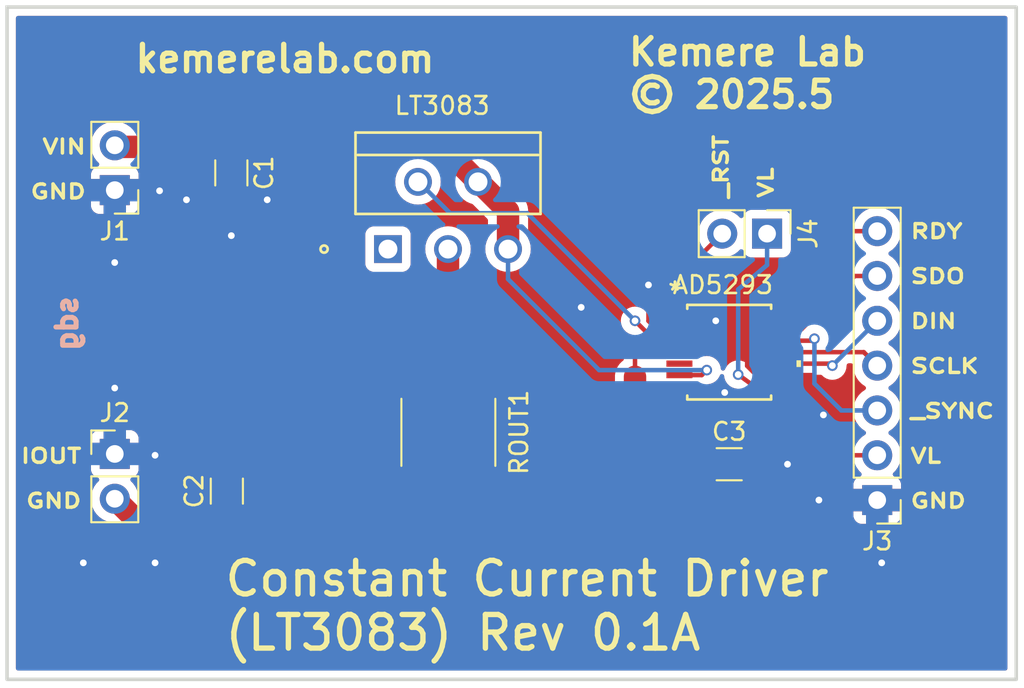
<source format=kicad_pcb>
(kicad_pcb (version 20240108) (generator "pcbnew") (generator_version "8.0")
  (layers (0 "F.Cu" signal) (31 "B.Cu" signal) (34 "B.Paste" user) (35 "F.Paste" user) (36 "B.SilkS" user "B.Silkscreen") (37 "F.SilkS" user "F.Silkscreen") (38 "B.Mask" user) (39 "F.Mask" user) (44 "Edge.Cuts" user))
  (net 0 "")
  (net 1 "IOUT")
  (net 2 "GND")
  (net 3 "VIN")
  (net 4 "Net-(AD5293-EXT_CAP)")
  (net 6 "Net-(AD5293-A)")
  (net 7 "_SYNC")
  (net 8 "_RESET")
  (net 9 "VLOGIC")
  (net 10 "Net-(LT3083-OUT)")
  (net 11 "DIN")
  (net 12 "RDY")
  (net 13 "SCLK")
  (net 14 "SDO")
  (footprint "StiMo:TO220-5_T" (layer "F.Cu") (at 53.770002 30.521001)
    (property "Reference" "LT3083" (at -3.732002 0.466999 0) (layer "F.SilkS"))
    (property "Value" "LT3083IT-PBF")
    (fp_line (start -8.638751 1.990999) (end -8.638751 6.604) (stroke (width 0.1524)) (layer "F.SilkS"))
    (fp_line (start -8.638751 6.604) (end 1.838749 6.604) (stroke (width 0.1524)) (layer "F.SilkS"))
    (fp_line (start -8.511751 3.260999) (end 1.711749 3.260999) (stroke (width 0.1524)) (layer "F.SilkS"))
    (fp_line (start 1.838749 1.990999) (end -8.638751 1.990999) (stroke (width 0.1524)) (layer "F.SilkS"))
    (fp_line (start 1.838749 6.604) (end 1.838749 1.990999) (stroke (width 0.1524)) (layer "F.SilkS"))
    (fp_circle (center -10.416751 8.594999) (end -10.213551 8.594999) (stroke (width 0.1524)) (fill none) (layer "F.SilkS"))
    (pad "1" thru_hole rect (at -6.800002 8.594999) (size 1.5748 1.5748) (drill 1.0668) (layers "*.Cu" "*.Mask"))
    (pad "2" thru_hole circle (at -5.100003 4.784999) (size 1.5748 1.5748) (drill 1.0668) (layers "*.Cu" "*.Mask") (net 6 "Net-(AD5293-A)"))
    (pad "3" thru_hole circle (at -3.400001 8.594999) (size 1.5748 1.5748) (drill 1.0668) (layers "*.Cu" "*.Mask") (net 10 "Net-(LT3083-OUT)"))
    (pad "4" thru_hole circle (at -1.700002 4.784999) (size 1.5748 1.5748) (drill 1.0668) (layers "*.Cu" "*.Mask") (net 3 "VIN"))
    (pad "5" thru_hole circle (at 0 8.594999) (size 1.5748 1.5748) (drill 1.0668) (layers "*.Cu" "*.Mask") (net 3 "VIN"))
  )
  (footprint "Connector_PinHeader_2.54mm:PinHeader_1x02_P2.54mm_Vertical" (layer "F.Cu") (at 31.5 35.775 180)
    (property "Reference" "J1" (at 0 -2.33 0) (layer "F.SilkS"))
    (property "Value" "Conn_01x02_Pin")
    (fp_line (start 1.33 1.27) (end 1.33 3.87) (stroke (width 0.12)) (layer "F.SilkS"))
    (fp_line (start -1.33 3.87) (end 1.33 3.87) (stroke (width 0.12)) (layer "F.SilkS"))
    (fp_line (start -1.33 1.27) (end 1.33 1.27) (stroke (width 0.12)) (layer "F.SilkS"))
    (fp_line (start -1.33 1.27) (end -1.33 3.87) (stroke (width 0.12)) (layer "F.SilkS"))
    (fp_line (start -1.33 0) (end -1.33 -1.33) (stroke (width 0.12)) (layer "F.SilkS"))
    (fp_line (start -1.33 -1.33) (end 0 -1.33) (stroke (width 0.12)) (layer "F.SilkS"))
    (pad "1" thru_hole rect (at 0 0 180) (size 1.7 1.7) (drill 1) (layers "*.Cu" "*.Mask") (net 2 "GND"))
    (pad "2" thru_hole oval (at 0 2.54 180) (size 1.7 1.7) (drill 1) (layers "*.Cu" "*.Mask") (net 3 "VIN"))
  )
  (footprint "Connector_PinHeader_2.54mm:PinHeader_1x02_P2.54mm_Vertical" (layer "F.Cu") (at 68.4394 38.2406 -90)
    (property "Reference" "J4" (at 0 -2.33 90) (layer "F.SilkS"))
    (property "Value" "Conn_01x02_Pin")
    (fp_line (start -1.33 3.87) (end 1.33 3.87) (stroke (width 0.12)) (layer "F.SilkS"))
    (fp_line (start -1.33 1.27) (end -1.33 3.87) (stroke (width 0.12)) (layer "F.SilkS"))
    (fp_line (start -1.33 1.27) (end 1.33 1.27) (stroke (width 0.12)) (layer "F.SilkS"))
    (fp_line (start 1.33 1.27) (end 1.33 3.87) (stroke (width 0.12)) (layer "F.SilkS"))
    (fp_line (start -1.33 0) (end -1.33 -1.33) (stroke (width 0.12)) (layer "F.SilkS"))
    (fp_line (start -1.33 -1.33) (end 0 -1.33) (stroke (width 0.12)) (layer "F.SilkS"))
    (pad "1" thru_hole rect (at 0 0 270) (size 1.7 1.7) (drill 1) (layers "*.Cu" "*.Mask") (net 9 "VLOGIC"))
    (pad "2" thru_hole oval (at 0 2.54 270) (size 1.7 1.7) (drill 1) (layers "*.Cu" "*.Mask") (net 8 "_RESET"))
  )
  (footprint "StiMo:RU_14_ADI" (layer "F.Cu") (at 66.294 44.958)
    (property "Reference" "AD5293" (at -0.3556 -3.81 0) (layer "F.SilkS"))
    (property "Value" "AD5293BRUZ-20")
    (fp_line (start -2.3749 -2.6797) (end -2.3749 -2.460541) (stroke (width 0.1524)) (layer "F.SilkS"))
    (fp_line (start -2.3749 2.460539) (end -2.3749 2.6797) (stroke (width 0.1524)) (layer "F.SilkS"))
    (fp_line (start -2.3749 2.6797) (end 2.3749 2.6797) (stroke (width 0.1524)) (layer "F.SilkS"))
    (fp_line (start 2.3749 -2.6797) (end -2.3749 -2.6797) (stroke (width 0.1524)) (layer "F.SilkS"))
    (fp_line (start 2.3749 -2.460539) (end 2.3749 -2.6797) (stroke (width 0.1524)) (layer "F.SilkS"))
    (fp_line (start 2.3749 2.6797) (end 2.3749 2.460541) (stroke (width 0.1524)) (layer "F.SilkS"))
    (fp_poly (pts (xy 4.064 0.459499) (xy 4.064 0.840499) (xy 3.81 0.840499) (xy 3.81 0.459499)) (fill solid) (layer "F.SilkS"))
    (fp_text user "*" (at -3.0734 -3.4486 0) (layer "F.SilkS"))
    (fp_text user "*" (at -3.0734 -3.4486 0) (layer "F.SilkS"))
    (pad "1" smd rect (at -2.8194 -1.950001) (size 1.4732 0.3556) (layers "F.Cu" "F.Paste" "F.Mask") (net 8 "_RESET"))
    (pad "2" smd rect (at -2.8194 -1.3) (size 1.4732 0.3556) (layers "F.Cu" "F.Paste" "F.Mask") (net 2 "GND"))
    (pad "3" smd rect (at -2.8194 -0.649999) (size 1.4732 0.3556) (layers "F.Cu" "F.Paste" "F.Mask") (net 6 "Net-(AD5293-A)"))
    (pad "4" smd rect (at -2.8194 0) (size 1.4732 0.3556) (layers "F.Cu" "F.Paste" "F.Mask") (net 1 "IOUT"))
    (pad "5" smd rect (at -2.8194 0.649999) (size 1.4732 0.3556) (layers "F.Cu" "F.Paste" "F.Mask"))
    (pad "6" smd rect (at -2.8194 1.3) (size 1.4732 0.3556) (layers "F.Cu" "F.Paste" "F.Mask") (net 3 "VIN"))
    (pad "7" smd rect (at -2.8194 1.949999) (size 1.4732 0.3556) (layers "F.Cu" "F.Paste" "F.Mask") (net 4 "Net-(AD5293-EXT_CAP)"))
    (pad "8" smd rect (at 2.8194 1.950001) (size 1.4732 0.3556) (layers "F.Cu" "F.Paste" "F.Mask") (net 9 "VLOGIC"))
    (pad "9" smd rect (at 2.8194 1.3) (size 1.4732 0.3556) (layers "F.Cu" "F.Paste" "F.Mask") (net 2 "GND"))
    (pad "10" smd rect (at 2.8194 0.650001) (size 1.4732 0.3556) (layers "F.Cu" "F.Paste" "F.Mask") (net 11 "DIN"))
    (pad "11" smd rect (at 2.8194 0) (size 1.4732 0.3556) (layers "F.Cu" "F.Paste" "F.Mask") (net 13 "SCLK"))
    (pad "12" smd rect (at 2.8194 -0.649999) (size 1.4732 0.3556) (layers "F.Cu" "F.Paste" "F.Mask") (net 7 "_SYNC"))
    (pad "13" smd rect (at 2.8194 -1.3) (size 1.4732 0.3556) (layers "F.Cu" "F.Paste" "F.Mask") (net 14 "SDO"))
    (pad "14" smd rect (at 2.8194 -1.949999) (size 1.4732 0.3556) (layers "F.Cu" "F.Paste" "F.Mask") (net 12 "RDY"))
  )
  (footprint "Capacitor_SMD:C_1206_3216Metric" (layer "F.Cu") (at 37.846 52.832 90)
    (property "Reference" "C2" (at 0 -1.85 90) (layer "F.SilkS"))
    (property "Value" "10uF")
    (fp_line (start -0.711252 -0.91) (end 0.711252 -0.91) (stroke (width 0.12)) (layer "F.SilkS"))
    (fp_line (start -0.711252 0.91) (end 0.711252 0.91) (stroke (width 0.12)) (layer "F.SilkS"))
    (pad "1" smd roundrect (at -1.475 0 90) (size 1.15 1.8) (layers "F.Cu" "F.Paste" "F.Mask") (roundrect_rratio 0.217391) (net 1 "IOUT"))
    (pad "2" smd roundrect (at 1.475 0 90) (size 1.15 1.8) (layers "F.Cu" "F.Paste" "F.Mask") (roundrect_rratio 0.217391) (net 2 "GND"))
  )
  (footprint "Resistor_SMD:R_4020_10251Metric" (layer "F.Cu") (at 50.39 49.5 -90)
    (property "Reference" "ROUT1" (at 0 -4 90) (layer "F.SilkS"))
    (property "Value" "0.33")
    (fp_line (start -1.9 2.66) (end 1.9 2.66) (stroke (width 0.12)) (layer "F.SilkS"))
    (fp_line (start -1.9 -2.66) (end 1.9 -2.66) (stroke (width 0.12)) (layer "F.SilkS"))
    (pad "1" smd roundrect (at -4.7 0 270) (size 5.6 6) (layers "F.Cu" "F.Paste" "F.Mask") (roundrect_rratio 0.169492) (net 10 "Net-(LT3083-OUT)"))
    (pad "2" smd roundrect (at 4.7 0 270) (size 5.6 6) (layers "F.Cu" "F.Paste" "F.Mask") (roundrect_rratio 0.169492) (net 1 "IOUT"))
  )
  (footprint "Connector_PinHeader_2.54mm:PinHeader_1x07_P2.54mm_Vertical" (layer "F.Cu") (at 74.676 53.34 180)
    (property "Reference" "J3" (at 0 -2.33 0) (layer "F.SilkS"))
    (property "Value" "Conn_01x07_Pin")
    (fp_line (start 1.33 1.27) (end 1.33 16.57) (stroke (width 0.12)) (layer "F.SilkS"))
    (fp_line (start -1.33 16.57) (end 1.33 16.57) (stroke (width 0.12)) (layer "F.SilkS"))
    (fp_line (start -1.33 1.27) (end 1.33 1.27) (stroke (width 0.12)) (layer "F.SilkS"))
    (fp_line (start -1.33 1.27) (end -1.33 16.57) (stroke (width 0.12)) (layer "F.SilkS"))
    (fp_line (start -1.33 0) (end -1.33 -1.33) (stroke (width 0.12)) (layer "F.SilkS"))
    (fp_line (start -1.33 -1.33) (end 0 -1.33) (stroke (width 0.12)) (layer "F.SilkS"))
    (pad "1" thru_hole rect (at 0 0 180) (size 1.7 1.7) (drill 1) (layers "*.Cu" "*.Mask") (net 2 "GND"))
    (pad "2" thru_hole oval (at 0 2.54 180) (size 1.7 1.7) (drill 1) (layers "*.Cu" "*.Mask") (net 9 "VLOGIC"))
    (pad "3" thru_hole oval (at 0 5.08 180) (size 1.7 1.7) (drill 1) (layers "*.Cu" "*.Mask") (net 7 "_SYNC"))
    (pad "4" thru_hole oval (at 0 7.62 180) (size 1.7 1.7) (drill 1) (layers "*.Cu" "*.Mask") (net 13 "SCLK"))
    (pad "5" thru_hole oval (at 0 10.16 180) (size 1.7 1.7) (drill 1) (layers "*.Cu" "*.Mask") (net 11 "DIN"))
    (pad "6" thru_hole oval (at 0 12.7 180) (size 1.7 1.7) (drill 1) (layers "*.Cu" "*.Mask") (net 14 "SDO"))
    (pad "7" thru_hole oval (at 0 15.24 180) (size 1.7 1.7) (drill 1) (layers "*.Cu" "*.Mask") (net 12 "RDY"))
  )
  (footprint "Capacitor_SMD:C_1206_3216Metric" (layer "F.Cu") (at 66.294 51.308)
    (property "Reference" "C3" (at 0 -1.85 0) (layer "F.SilkS"))
    (property "Value" "1uF")
    (fp_line (start -0.711252 -0.91) (end 0.711252 -0.91) (stroke (width 0.12)) (layer "F.SilkS"))
    (fp_line (start -0.711252 0.91) (end 0.711252 0.91) (stroke (width 0.12)) (layer "F.SilkS"))
    (pad "1" smd roundrect (at -1.475 0) (size 1.15 1.8) (layers "F.Cu" "F.Paste" "F.Mask") (roundrect_rratio 0.217391) (net 4 "Net-(AD5293-EXT_CAP)"))
    (pad "2" smd roundrect (at 1.475 0) (size 1.15 1.8) (layers "F.Cu" "F.Paste" "F.Mask") (roundrect_rratio 0.217391) (net 2 "GND"))
  )
  (footprint "Connector_PinHeader_2.54mm:PinHeader_1x02_P2.54mm_Vertical" (layer "F.Cu") (at 31.5 50.725)
    (property "Reference" "J2" (at 0 -2.33 0) (layer "F.SilkS"))
    (property "Value" "Conn_01x02_Pin")
    (fp_line (start -1.33 -1.33) (end 0 -1.33) (stroke (width 0.12)) (layer "F.SilkS"))
    (fp_line (start -1.33 0) (end -1.33 -1.33) (stroke (width 0.12)) (layer "F.SilkS"))
    (fp_line (start -1.33 1.27) (end -1.33 3.87) (stroke (width 0.12)) (layer "F.SilkS"))
    (fp_line (start -1.33 1.27) (end 1.33 1.27) (stroke (width 0.12)) (layer "F.SilkS"))
    (fp_line (start -1.33 3.87) (end 1.33 3.87) (stroke (width 0.12)) (layer "F.SilkS"))
    (fp_line (start 1.33 1.27) (end 1.33 3.87) (stroke (width 0.12)) (layer "F.SilkS"))
    (pad "1" thru_hole rect (at 0 0) (size 1.7 1.7) (drill 1) (layers "*.Cu" "*.Mask") (net 2 "GND"))
    (pad "2" thru_hole oval (at 0 2.54) (size 1.7 1.7) (drill 1) (layers "*.Cu" "*.Mask") (net 1 "IOUT"))
  )
  (footprint "Capacitor_SMD:C_1206_3216Metric" (layer "F.Cu") (at 38.1 34.798 -90)
    (property "Reference" "C1" (at 0 -1.85 90) (layer "F.SilkS"))
    (property "Value" "10uF")
    (fp_line (start -0.711252 0.91) (end 0.711252 0.91) (stroke (width 0.12)) (layer "F.SilkS"))
    (fp_line (start -0.711252 -0.91) (end 0.711252 -0.91) (stroke (width 0.12)) (layer "F.SilkS"))
    (pad "1" smd roundrect (at -1.475 0 270) (size 1.15 1.8) (layers "F.Cu" "F.Paste" "F.Mask") (roundrect_rratio 0.217391) (net 3 "VIN"))
    (pad "2" smd roundrect (at 1.475 0 270) (size 1.15 1.8) (layers "F.Cu" "F.Paste" "F.Mask") (roundrect_rratio 0.217391) (net 2 "GND"))
  )
  (gr_rect (start 25.4 25.4) (end 82.55 63.5) (stroke (width 0.2)) (fill none) (layer "Edge.Cuts"))
  (gr_text "sdg" (at 29.464 41.656 90) (layer "B.SilkS") (effects (font (size 1.143 1.143) (thickness 0.28575) (bold yes)) (justify left bottom mirror)))
  (gr_text "Constant Current Driver\n(LT3083) Rev 0.1A" (at 37.592 61.976 0) (layer "F.SilkS") (effects (font (size 1.905 1.905) (thickness 0.3048)) (justify left bottom)))
  (gr_text "_RST\n\nVL" (at 68.834 36.322 90) (layer "F.SilkS") (effects (font (size 0.790575 1.016) (thickness 0.197644) (bold yes)) (justify left bottom)))
  (gr_text "Kemere Lab\n©️ 2025.5" (at 60.452 31.242 0) (layer "F.SilkS") (effects (font (size 1.5 1.5) (thickness 0.3) (bold yes)) (justify left bottom)))
  (gr_text "RDY\n\nSDO\n\nDIN\n\nSCLK\n\n_SYNC\n\nVL\n\nGND" (at 76.454 53.848 0) (layer "F.SilkS") (effects (font (size 0.790575 1.016) (thickness 0.197644) (bold yes)) (justify left bottom)))
  (gr_text "kemerelab.com" (at 32.512 29.21 0) (layer "F.SilkS") (effects (font (size 1.5 1.5) (thickness 0.3) (bold yes)) (justify left bottom)))
  (gr_text "VIN\n\nGND" (at 29.972 36.322 0) (layer "F.SilkS") (effects (font (size 0.790575 1.016) (thickness 0.197644) (bold yes)) (justify right bottom)))
  (gr_text "IOUT\n\nGND" (at 29.718 53.848 0) (layer "F.SilkS") (effects (font (size 0.790575 1.016) (thickness 0.197644) (bold yes)) (justify right bottom)))
  (segment (start 54.9075 54.3125) (end 60.96 48.26) (width 1.27) (layer "F.Cu") (net 1))
  (segment (start 32.5475 54.3125) (end 31.5 53.265) (width 1.27) (layer "F.Cu") (net 1))
  (segment (start 32.5475 54.3125) (end 50.39 54.3125) (width 1.27) (layer "F.Cu") (net 1))
  (segment (start 50.39 54.3125) (end 54.9075 54.3125) (width 1.27) (layer "F.Cu") (net 1))
  (segment (start 61.214 44.958) (end 60.96 45.212) (width 0.254) (layer "F.Cu") (net 1))
  (segment (start 60.96 48.26) (end 60.96 46.355) (width 1.27) (layer "F.Cu") (net 1))
  (segment (start 60.96 45.212) (end 60.96 46.355) (width 0.254) (layer "F.Cu") (net 1))
  (segment (start 63.2206 44.958) (end 61.214 44.958) (width 0.254) (layer "F.Cu") (net 1))
  (segment (start 63.2206 43.658) (end 64.486 43.658) (width 0.254) (layer "F.Cu") (net 2))
  (segment (start 68.8594 46.258) (end 71.09 46.258) (width 0.254) (layer "F.Cu") (net 2))
  (segment (start 67.31 45.212) (end 66.294 44.196) (width 0.254) (layer "F.Cu") (net 2))
  (segment (start 66.294 44.196) (end 65.024 44.196) (width 0.254) (layer "F.Cu") (net 2))
  (segment (start 68.8594 46.258) (end 67.832999 46.258) (width 0.254) (layer "F.Cu") (net 2))
  (segment (start 62.194201 43.658) (end 63.2206 43.658) (width 0.254) (layer "F.Cu") (net 2))
  (segment (start 67.832999 46.258) (end 67.31 45.735001) (width 0.254) (layer "F.Cu") (net 2))
  (segment (start 61.722 43.185799) (end 61.722 42.164) (width 0.254) (layer "F.Cu") (net 2))
  (segment (start 67.31 45.735001) (end 67.31 45.212) (width 0.254) (layer "F.Cu") (net 2))
  (segment (start 64.486 43.658) (end 65.024 44.196) (width 0.254) (layer "F.Cu") (net 2))
  (segment (start 61.722 43.185799) (end 62.194201 43.658) (width 0.254) (layer "F.Cu") (net 2))
  (via (at 65.532 43.18) (size 0.6) (drill 0.381) (layers "F.Cu" "B.Cu") (net 2))
  (via (at 40.132 36.322) (size 0.6) (drill 0.381) (layers "F.Cu" "B.Cu") (net 2))
  (via (at 66.04 47.244) (size 0.6) (drill 0.381) (layers "F.Cu" "B.Cu") (net 2))
  (via (at 71.374 53.34) (size 0.6) (drill 0.381) (layers "F.Cu" "B.Cu") (net 2))
  (via (at 31.496 46.99) (size 0.6) (drill 0.381) (layers "F.Cu" "B.Cu") (net 2))
  (via (at 35.56 36.322) (size 0.6) (drill 0.381) (layers "F.Cu" "B.Cu") (net 2))
  (via (at 31.496 39.878) (size 0.6) (drill 0.381) (layers "F.Cu" "B.Cu") (net 2))
  (via (at 29.718 56.896) (size 0.6) (drill 0.381) (layers "F.Cu" "B.Cu") (net 2))
  (via (at 74.93 56.896) (size 0.6) (drill 0.381) (layers "F.Cu" "B.Cu") (net 2))
  (via (at 57.912 42.418) (size 0.6) (drill 0.381) (layers "F.Cu" "B.Cu") (net 2))
  (via (at 71.628 48.514) (size 0.6) (drill 0.381) (layers "F.Cu" "B.Cu") (net 2))
  (via (at 33.782 50.8) (size 0.6) (drill 0.381) (layers "F.Cu" "B.Cu") (net 2))
  (via (at 69.596 51.308) (size 0.6) (drill 0.381) (layers "F.Cu" "B.Cu") (net 2))
  (via (at 33.782 56.896) (size 0.6) (drill 0.381) (layers "F.Cu" "B.Cu") (net 2))
  (via (at 61.722 41.148) (size 0.6) (drill 0.381) (layers "F.Cu" "B.Cu") (net 2))
  (via (at 34.036 35.814) (size 0.6) (drill 0.381) (layers "F.Cu" "B.Cu") (net 2))
  (via (at 38.1 38.354) (size 0.6) (drill 0.381) (layers "F.Cu" "B.Cu") (net 2))
  (segment (start 31.588 33.323) (end 31.5 33.235) (width 1.27) (layer "F.Cu") (net 3))
  (segment (start 53.77 39.074999) (end 53.77 36.965001) (width 1.27) (layer "F.Cu") (net 3))
  (segment (start 38.1 33.323) (end 50.087 33.323) (width 1.27) (layer "F.Cu") (net 3))
  (segment (start 64.74 46.258) (end 65.024 45.974) (width 0.254) (layer "F.Cu") (net 3))
  (segment (start 63.2206 46.258) (end 64.74 46.258) (width 0.254) (layer "F.Cu") (net 3))
  (segment (start 53.77 36.965001) (end 52.069998 35.264999) (width 1.27) (layer "F.Cu") (net 3))
  (segment (start 50.087 33.323) (end 52.07 35.306) (width 1.27) (layer "F.Cu") (net 3))
  (segment (start 38.1 33.323) (end 31.588 33.323) (width 1.27) (layer "F.Cu") (net 3))
  (via (at 65.024 45.974) (size 0.6) (drill 0.381) (layers "F.Cu" "B.Cu") (net 3))
  (segment (start 58.928 45.974) (end 53.77 40.816) (width 0.254) (layer "B.Cu") (net 3))
  (segment (start 65.024 45.974) (end 58.928 45.974) (width 0.254) (layer "B.Cu") (net 3))
  (segment (start 53.77 40.816) (end 53.77 39.074999) (width 0.254) (layer "B.Cu") (net 3))
  (segment (start 64.819 51.308) (end 64.819 48.506399) (width 0.254) (layer "F.Cu") (net 4))
  (segment (start 64.819 48.506399) (end 63.2206 46.907999) (width 0.254) (layer "F.Cu") (net 4))
  (segment (start 63.2206 44.308001) (end 62.088001 44.308001) (width 0.254) (layer "F.Cu") (net 6))
  (segment (start 62.088001 44.308001) (end 60.96 43.18) (width 0.254) (layer "F.Cu") (net 6))
  (via (at 60.96 43.18) (size 0.6) (drill 0.381) (layers "F.Cu" "B.Cu") (net 6))
  (segment (start 54.864 37.084) (end 50.488998 37.084) (width 0.254) (layer "B.Cu") (net 6))
  (segment (start 50.488998 37.084) (end 48.669997 35.264999) (width 0.254) (layer "B.Cu") (net 6))
  (segment (start 60.96 43.18) (end 54.864 37.084) (width 0.254) (layer "B.Cu") (net 6))
  (segment (start 68.8594 44.308001) (end 71.007999 44.308001) (width 0.254) (layer "F.Cu") (net 7))
  (segment (start 71.007999 44.308001) (end 71.12 44.196) (width 0.254) (layer "F.Cu") (net 7))
  (via (at 71.12 44.196) (size 0.6) (drill 0.381) (layers "F.Cu" "B.Cu") (net 7))
  (segment (start 71.12 46.736) (end 72.644 48.26) (width 0.254) (layer "B.Cu") (net 7))
  (segment (start 72.644 48.26) (end 74.676 48.26) (width 0.254) (layer "B.Cu") (net 7))
  (segment (start 71.12 44.196) (end 71.12 46.736) (width 0.254) (layer "B.Cu") (net 7))
  (segment (start 65.8994 38.2406) (end 63.2206 40.9194) (width 0.254) (layer "F.Cu") (net 8))
  (segment (start 63.2206 40.9194) (end 63.2206 43.007999) (width 0.254) (layer "F.Cu") (net 8))
  (segment (start 67.736001 46.908001) (end 68.8594 46.908001) (width 0.254) (layer "F.Cu") (net 9))
  (segment (start 66.802 46.228) (end 67.736001 46.908001) (width 0.254) (layer "F.Cu") (net 9))
  (segment (start 72.136 50.8) (end 74.676 50.8) (width 0.254) (layer "F.Cu") (net 9))
  (segment (start 68.8594 47.5234) (end 72.136 50.8) (width 0.254) (layer "F.Cu") (net 9))
  (segment (start 68.8594 46.908001) (end 68.8594 47.5234) (width 0.254) (layer "F.Cu") (net 9))
  (via (at 66.802 46.228) (size 0.6) (drill 0.381) (layers "F.Cu" "B.Cu") (net 9))
  (segment (start 66.802 46.228) (end 66.802 41.402) (width 0.254) (layer "B.Cu") (net 9))
  (segment (start 66.802 41.402) (end 68.4394 40.0186) (width 0.254) (layer "B.Cu") (net 9))
  (segment (start 68.4394 40.0186) (end 68.4394 38.2406) (width 0.254) (layer "B.Cu") (net 9))
  (segment (start 50.369999 44.667499) (end 50.39 44.6875) (width 1.27) (layer "F.Cu") (net 10))
  (segment (start 50.369999 39.074999) (end 50.369999 44.667499) (width 1.27) (layer "F.Cu") (net 10))
  (segment (start 68.8594 45.608001) (end 72.024001 45.608001) (width 0.254) (layer "F.Cu") (net 11))
  (segment (start 72.024001 45.608001) (end 72.136 45.72) (width 0.254) (layer "F.Cu") (net 11))
  (via (at 72.136 45.72) (size 0.6) (drill 0.381) (layers "F.Cu" "B.Cu") (net 11))
  (segment (start 72.136 45.72) (end 74.676 43.18) (width 0.254) (layer "B.Cu") (net 11))
  (segment (start 73.152 38.1) (end 74.676 38.1) (width 0.254) (layer "F.Cu") (net 12))
  (segment (start 68.8594 43.008001) (end 68.8594 42.3926) (width 0.254) (layer "F.Cu") (net 12))
  (segment (start 68.8594 42.3926) (end 73.152 38.1) (width 0.254) (layer "F.Cu") (net 12))
  (segment (start 68.8594 44.958) (end 73.914 44.958) (width 0.254) (layer "F.Cu") (net 13))
  (segment (start 73.914 44.958) (end 74.676 45.72) (width 0.254) (layer "F.Cu") (net 13))
  (segment (start 70.388 43.658) (end 73.406 40.64) (width 0.254) (layer "F.Cu") (net 14))
  (segment (start 73.406 40.64) (end 74.676 40.64) (width 0.254) (layer "F.Cu") (net 14))
  (segment (start 68.8594 43.658) (end 70.388 43.658) (width 0.254) (layer "F.Cu") (net 14))
  (zone (net 2) (net_name "GND") (layers "F&B.Cu") (connect_pads (clearance 0.5)) (min_thickness 0.25) (fill yes (thermal_gap 0.5) (thermal_bridge_width 1.27))
    (polygon (pts (xy 83 25) (xy 25 25) (xy 25 64) (xy 83 64)))
  )
)
</source>
